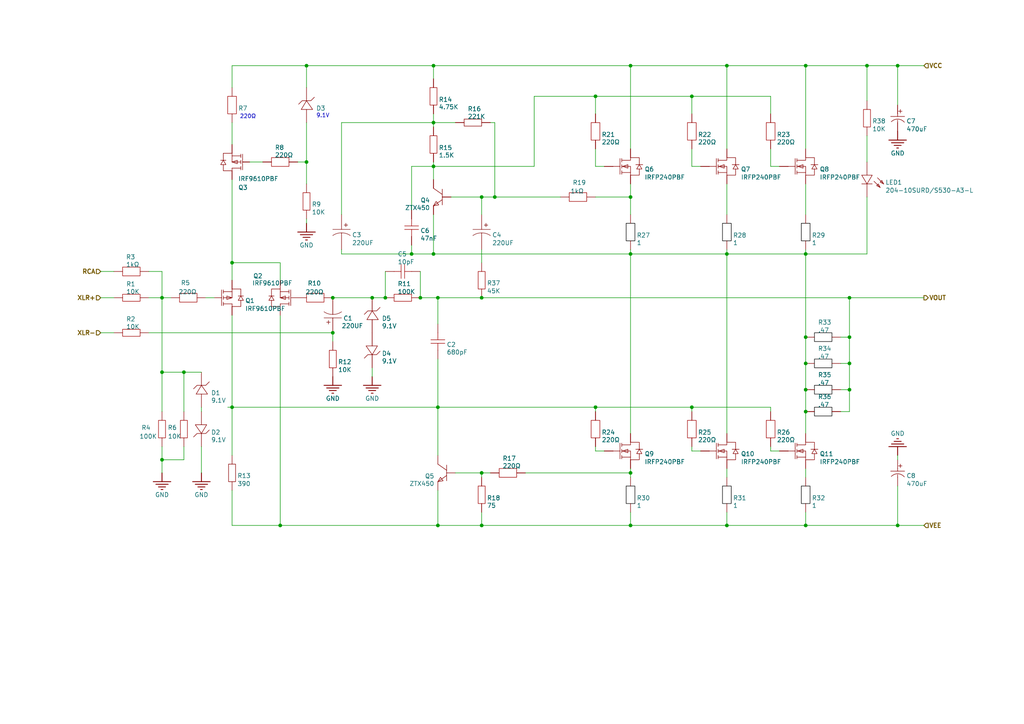
<source format=kicad_sch>
(kicad_sch (version 20250114) (generator "eeschema") (generator_version "9.0")
  (paper "A4")
  (lib_symbols
    (symbol "PASS A5功放-altium-import:GND_POWER_GROUND" (power)
      (property "Value" "GND" (at 0 -6.35 0))
      (symbol "GND_POWER_GROUND_0_0"
        (pin power_in line (at 0 0 0) (length 0) (hide yes) (name "GND") (number ""))
      )
    )
    (symbol "PASS A5功放-altium-import:root_0_.47_" (pin_numbers (hide yes)) (pin_names (hide yes))
      (symbol "root_0_.47__1_0"
        (pin passive line (at -5.08 0 0) (length 2.54) (name "1") (number "1"))
        (pin passive line (at 5.08 0 180) (length 2.54) (name "2") (number "2"))
      )
    )
    (symbol "PASS A5功放-altium-import:root_0_100K_" (pin_numbers (hide yes)) (pin_names (hide yes))
      (symbol "root_0_100K__1_0"
        (pin passive line (at -5.08 0 0) (length 2.54) (name "1") (number "1"))
        (pin passive line (at 5.08 0 180) (length 2.54) (name "2") (number "2"))
      )
    )
    (symbol "PASS A5功放-altium-import:root_0_10K_" (pin_numbers (hide yes)) (pin_names (hide yes))
      (symbol "root_0_10K__1_0"
        (pin passive line (at -5.08 0 0) (length 2.54) (name "1") (number "1"))
        (pin passive line (at 5.08 0 180) (length 2.54) (name "2") (number "2"))
      )
    )
    (symbol "PASS A5功放-altium-import:root_0_10pF_" (pin_numbers (hide yes)) (pin_names (hide yes))
      (symbol "root_0_10pF__1_0"
        (pin passive line (at -5.08 0 0) (length 2.54) (name "1") (number "1"))
        (pin passive line (at 5.08 0 180) (length 2.54) (name "2") (number "2"))
      )
    )
    (symbol "PASS A5功放-altium-import:root_0_1kΩ_" (pin_numbers (hide yes)) (pin_names (hide yes))
      (symbol "root_0_1kΩ__1_0"
        (pin passive line (at -5.08 0 0) (length 2.54) (name "1") (number "1"))
        (pin passive line (at 5.08 0 180) (length 2.54) (name "2") (number "2"))
      )
    )
    (symbol "PASS A5功放-altium-import:root_0_47nF_" (pin_numbers (hide yes)) (pin_names (hide yes))
      (symbol "root_0_47nF__1_0"
        (pin passive line (at 0 5.08 270) (length 2.54) (name "2") (number "2"))
        (pin passive line (at 0 -5.08 90) (length 2.54) (name "1") (number "1"))
      )
    )
    (symbol "PASS A5功放-altium-import:root_0_A5 221K/A3 47K_" (pin_numbers (hide yes)) (pin_names (hide yes))
      (symbol "root_0_A5 221K/A3 47K__1_0"
        (pin passive line (at -5.08 0 0) (length 2.54) (name "1") (number "1"))
        (pin passive line (at 5.08 0 180) (length 2.54) (name "2") (number "2"))
      )
    )
    (symbol "PASS A5功放-altium-import:root_0_IRF9610PBF_" (pin_numbers (hide yes)) (pin_names (hide yes))
      (symbol "root_0_IRF9610PBF__1_0"
        (pin passive line (at -5.08 0 0) (length 2.032) (name "G") (number "1"))
        (pin passive line (at 0 5.08 270) (length 2.54) (name "S") (number "3"))
        (pin passive line (at 0 -5.08 90) (length 2.54) (name "D") (number "2"))
      )
    )
    (symbol "PASS A5功放-altium-import:root_0_IRFP240PBF_" (pin_numbers (hide yes)) (pin_names (hide yes))
      (symbol "root_0_IRFP240PBF__1_0"
        (pin passive line (at -5.08 0 0) (length 2.54) (name "G") (number "1"))
        (pin passive line (at 2.54 5.08 270) (length 2.54) (name "D") (number "2"))
        (pin passive line (at 2.54 -5.08 90) (length 2.54) (name "S") (number "3"))
      )
    )
    (symbol "PASS A5功放-altium-import:root_0_ZTX450_" (pin_numbers (hide yes)) (pin_names (hide yes))
      (symbol "root_0_ZTX450__1_0"
        (pin passive line (at -2.54 5.08 270) (length 2.54) (name "C") (number "3"))
        (pin passive line (at -2.54 -5.08 90) (length 2.54) (name "E") (number "1"))
        (pin passive line (at 2.54 0 180) (length 2.54) (name "B") (number "2"))
      )
    )
    (symbol "PASS A5功放-altium-import:root_1_1.5K_" (pin_numbers (hide yes)) (pin_names (hide yes))
      (symbol "root_1_1.5K__1_0"
        (pin passive line (at 0 5.08 270) (length 2.54) (name "2") (number "2"))
        (pin passive line (at 0 -5.08 90) (length 2.54) (name "1") (number "1"))
      )
    )
    (symbol "PASS A5功放-altium-import:root_1_1/0.47_" (pin_numbers (hide yes)) (pin_names (hide yes))
      (symbol "root_1_1/0.47__1_0"
        (pin passive line (at 0 5.08 270) (length 2.54) (name "2") (number "2"))
        (pin passive line (at 0 -5.08 90) (length 2.54) (name "1") (number "1"))
      )
    )
    (symbol "PASS A5功放-altium-import:root_1_100K_" (pin_numbers (hide yes)) (pin_names (hide yes))
      (symbol "root_1_100K__1_0"
        (pin passive line (at 0 5.08 270) (length 2.54) (name "2") (number "2"))
        (pin passive line (at 0 -5.08 90) (length 2.54) (name "1") (number "1"))
      )
    )
    (symbol "PASS A5功放-altium-import:root_1_10K_" (pin_numbers (hide yes)) (pin_names (hide yes))
      (symbol "root_1_10K__1_0"
        (pin passive line (at 0 5.08 270) (length 2.54) (name "2") (number "2"))
        (pin passive line (at 0 -5.08 90) (length 2.54) (name "1") (number "1"))
      )
    )
    (symbol "PASS A5功放-altium-import:root_1_1_" (pin_numbers (hide yes)) (pin_names (hide yes))
      (symbol "root_1_1__1_0"
        (pin passive line (at 0 5.08 270) (length 2.54) (name "2") (number "2"))
        (pin passive line (at 0 -5.08 90) (length 2.54) (name "1") (number "1"))
      )
    )
    (symbol "PASS A5功放-altium-import:root_1_220Ω_" (pin_numbers (hide yes)) (pin_names (hide yes))
      (symbol "root_1_220Ω__1_0"
        (pin passive line (at 0 5.08 270) (length 2.54) (name "2") (number "2"))
        (pin passive line (at 0 -5.08 90) (length 2.54) (name "1") (number "1"))
      )
    )
    (symbol "PASS A5功放-altium-import:root_1_35ZLH220MTTIT78X11.5_" (pin_numbers (hide yes)) (pin_names (hide yes))
      (symbol "root_1_35ZLH220MTTIT78X11.5__1_0"
        (pin passive line (at 0 5.08 270) (length 4.826) (name "2") (number "2"))
        (pin passive line (at 0 -5.08 90) (length 4.318) (name "1") (number "1"))
      )
    )
    (symbol "PASS A5功放-altium-import:root_1_390_" (pin_numbers (hide yes)) (pin_names (hide yes))
      (symbol "root_1_390__1_0"
        (pin passive line (at 0 5.08 270) (length 2.54) (name "2") (number "2"))
        (pin passive line (at 0 -5.08 90) (length 2.54) (name "1") (number "1"))
      )
    )
    (symbol "PASS A5功放-altium-import:root_1_9.1V_" (pin_numbers (hide yes)) (pin_names (hide yes))
      (symbol "root_1_9.1V__1_0"
        (pin passive line (at 0 5.08 270) (length 3.81) (name "A") (number "2"))
        (pin passive line (at 0 -5.08 90) (length 3.81) (name "C") (number "1"))
      )
    )
    (symbol "PASS A5功放-altium-import:root_1_A5 4.75K/A3 1.5K_" (pin_numbers (hide yes)) (pin_names (hide yes))
      (symbol "root_1_A5 4.75K/A3 1.5K__1_0"
        (pin passive line (at 0 5.08 270) (length 2.54) (name "2") (number "2"))
        (pin passive line (at 0 -5.08 90) (length 2.54) (name "1") (number "1"))
      )
    )
    (symbol "PASS A5功放-altium-import:root_1_A5 45K_" (pin_numbers (hide yes)) (pin_names (hide yes))
      (symbol "root_1_A5 45K__1_0"
        (pin passive line (at 0 5.08 270) (length 2.54) (name "2") (number "2"))
        (pin passive line (at 0 -5.08 90) (length 2.54) (name "1") (number "1"))
      )
    )
    (symbol "PASS A5功放-altium-import:root_1_A5 680pF/A3 1NF_" (pin_numbers (hide yes)) (pin_names (hide yes))
      (symbol "root_1_A5 680pF/A3 1NF__1_0"
        (pin passive line (at 0 5.08 270) (length 2.54) (name "2") (number "2"))
        (pin passive line (at 0 -5.08 90) (length 2.54) (name "1") (number "1"))
      )
    )
    (symbol "PASS A5功放-altium-import:root_1_A5 75/A3 100_" (pin_numbers (hide yes)) (pin_names (hide yes))
      (symbol "root_1_A5 75/A3 100__1_0"
        (pin passive line (at 0 5.08 270) (length 2.54) (name "2") (number "2"))
        (pin passive line (at 0 -5.08 90) (length 2.54) (name "1") (number "1"))
      )
    )
    (symbol "PASS A5功放-altium-import:root_2_220Ω_" (pin_numbers (hide yes)) (pin_names (hide yes))
      (symbol "root_2_220Ω__1_0"
        (pin passive line (at -5.08 0 0) (length 2.54) (name "2") (number "2"))
        (pin passive line (at 5.08 0 180) (length 2.54) (name "1") (number "1"))
      )
    )
    (symbol "PASS A5功放-altium-import:root_2_IRF9610PBF_" (pin_numbers (hide yes)) (pin_names (hide yes))
      (symbol "root_2_IRF9610PBF__1_0"
        (pin passive line (at 0 5.08 270) (length 2.54) (name "S") (number "3"))
        (pin passive line (at 0 -5.08 90) (length 2.54) (name "D") (number "2"))
        (pin passive line (at 5.08 0 180) (length 2.032) (name "G") (number "1"))
      )
    )
    (symbol "PASS A5功放-altium-import:root_3_1N4739A_C35974_" (pin_numbers (hide yes)) (pin_names (hide yes))
      (symbol "root_3_1N4739A_C35974__1_0"
        (pin passive line (at 0 5.08 270) (length 3.81) (name "C") (number "1"))
        (pin passive line (at 0 -5.08 90) (length 3.81) (name "A") (number "2"))
      )
    )
    (symbol "PASS A5功放-altium-import:root_3_204-10SURD/S530-A3-L_" (pin_numbers (hide yes)) (pin_names (hide yes))
      (symbol "root_3_204-10SURD/S530-A3-L__1_0"
        (pin passive line (at 0 5.08 270) (length 3.81) (name "A") (number "1"))
        (pin passive line (at 0 -5.08 90) (length 3.81) (name "K") (number "2"))
      )
    )
    (symbol "PASS A5功放-altium-import:root_3_35ZLH220MTTIT78X11.5_" (pin_numbers (hide yes)) (pin_names (hide yes))
      (symbol "root_3_35ZLH220MTTIT78X11.5__1_0"
        (pin passive line (at 0 5.08 270) (length 4.318) (name "1") (number "1"))
        (pin passive line (at 0 -5.08 90) (length 4.826) (name "2") (number "2"))
      )
    )
    (symbol "PASS A5功放-altium-import:root_3_470uF_" (pin_numbers (hide yes)) (pin_names (hide yes))
      (symbol "root_3_470uF__1_0"
        (pin passive line (at 0 3.81 270) (length 2.54) (name "1") (number "1"))
        (pin passive line (at 0 -3.81 90) (length 2.54) (name "2") (number "2"))
      )
    )
    (symbol "PASS A5功放-altium-import:root_3_9.1V_" (pin_numbers (hide yes)) (pin_names (hide yes))
      (symbol "root_3_9.1V__1_0"
        (pin passive line (at 0 5.08 270) (length 3.81) (name "C") (number "1"))
        (pin passive line (at 0 -5.08 90) (length 3.81) (name "A") (number "2"))
      )
    )
    (symbol "PASS A5功放-altium-import:root_3_A5 220UF_" (pin_numbers (hide yes)) (pin_names (hide yes))
      (symbol "root_3_A5 220UF__1_0"
        (pin passive line (at 0 5.08 270) (length 4.318) (name "1") (number "1"))
        (pin passive line (at 0 -5.08 90) (length 4.826) (name "2") (number "2"))
      )
    )
  )
  (text "220Ω" (at 69.529 34.575 0) (effects (font (size 1.143 1.143)) (justify left bottom)))
  (text "9.1V" (at 91.694 34.317 0) (effects (font (size 1.143 1.143)) (justify left bottom)))
  (junction (at 233.68 152.4))
  (junction (at 88.9 46.99))
  (junction (at 67.31 118.11))
  (junction (at 139.7 152.4))
  (junction (at 46.99 133.35))
  (junction (at 125.73 19.05))
  (junction (at 182.88 19.05))
  (junction (at 246.38 86.36))
  (junction (at 139.7 57.15))
  (junction (at 119.38 73.66))
  (junction (at 143.51 57.15))
  (junction (at 139.7 137.16))
  (junction (at 200.66 27.94))
  (junction (at 111.76 86.36))
  (junction (at 125.73 35.56))
  (junction (at 125.73 48.26))
  (junction (at 233.68 119.38))
  (junction (at 182.88 57.15))
  (junction (at 172.72 118.11))
  (junction (at 53.34 107.95))
  (junction (at 246.38 113.03))
  (junction (at 233.68 113.03))
  (junction (at 233.68 97.79))
  (junction (at 251.46 19.05))
  (junction (at 127 86.36))
  (junction (at 121.92 86.36))
  (junction (at 96.52 96.52))
  (junction (at 182.88 152.4))
  (junction (at 107.95 86.36))
  (junction (at 246.38 97.79))
  (junction (at 46.99 107.95))
  (junction (at 172.72 27.94))
  (junction (at 210.82 73.66))
  (junction (at 67.31 76.2))
  (junction (at 246.38 105.41))
  (junction (at 81.28 152.4))
  (junction (at 260.35 19.05))
  (junction (at 96.52 86.36))
  (junction (at 182.88 137.16))
  (junction (at 182.88 73.66))
  (junction (at 46.99 86.36))
  (junction (at 210.82 19.05))
  (junction (at 125.73 73.66))
  (junction (at 233.68 19.05))
  (junction (at 233.68 73.66))
  (junction (at 139.7 86.36))
  (junction (at 210.82 152.4))
  (junction (at 260.35 152.4))
  (junction (at 127 118.11))
  (junction (at 88.9 19.05))
  (junction (at 200.66 118.11))
  (junction (at 127 152.4))
  (junction (at 233.68 105.41))
  (wire (pts (xy 200.66 129.54) (xy 200.66 130.81)))
  (wire (pts (xy 172.72 27.94) (xy 154.94 27.94)))
  (wire (pts (xy 121.92 78.74) (xy 121.92 86.36)))
  (wire (pts (xy 143.51 57.15) (xy 162.56 57.15)))
  (wire (pts (xy 251.46 73.66) (xy 233.68 73.66)))
  (wire (pts (xy 81.28 91.44) (xy 81.28 152.4)))
  (wire (pts (xy 200.66 130.81) (xy 203.2 130.81)))
  (wire (pts (xy 67.31 152.4) (xy 81.28 152.4)))
  (wire (pts (xy 152.4 137.16) (xy 182.88 137.16)))
  (wire (pts (xy 53.34 133.35) (xy 46.99 133.35)))
  (wire (pts (xy 139.7 86.36) (xy 246.38 86.36)))
  (wire (pts (xy 88.9 19.05) (xy 125.73 19.05)))
  (wire (pts (xy 223.52 43.18) (xy 223.52 48.26)))
  (wire (pts (xy 233.68 152.4) (xy 210.82 152.4)))
  (wire (pts (xy 88.9 35.56) (xy 88.9 46.99)))
  (wire (pts (xy 67.31 91.44) (xy 67.31 118.11)))
  (wire (pts (xy 200.66 27.94) (xy 172.72 27.94)))
  (wire (pts (xy 88.9 53.34) (xy 88.9 46.99)))
  (wire (pts (xy 139.7 57.15) (xy 143.51 57.15)))
  (wire (pts (xy 154.94 48.26) (xy 125.73 48.26)))
  (wire (pts (xy 200.66 48.26) (xy 203.2 48.26)))
  (wire (pts (xy 143.51 35.56) (xy 143.51 57.15)))
  (wire (pts (xy 223.52 33.02) (xy 223.52 27.94)))
  (wire (pts (xy 29.21 86.36) (xy 33.02 86.36)))
  (wire (pts (xy 130.81 57.15) (xy 139.7 57.15)))
  (wire (pts (xy 210.82 62.23) (xy 210.82 53.34)))
  (wire (pts (xy 96.52 86.36) (xy 107.95 86.36)))
  (wire (pts (xy 139.7 76.2) (xy 139.7 72.39)))
  (wire (pts (xy 66.04 118.11) (xy 67.31 118.11)))
  (wire (pts (xy 127 118.11) (xy 172.72 118.11)))
  (wire (pts (xy 59.69 86.36) (xy 62.23 86.36)))
  (wire (pts (xy 210.82 73.66) (xy 182.88 73.66)))
  (wire (pts (xy 67.31 118.11) (xy 67.31 132.08)))
  (wire (pts (xy 200.66 43.18) (xy 200.66 48.26)))
  (wire (pts (xy 58.42 119.38) (xy 58.42 118.11)))
  (wire (pts (xy 46.99 86.36) (xy 49.53 86.36)))
  (wire (pts (xy 251.46 39.37) (xy 251.46 46.99)))
  (wire (pts (xy 223.52 130.81) (xy 223.52 129.54)))
  (wire (pts (xy 127 142.24) (xy 127 152.4)))
  (wire (pts (xy 125.73 73.66) (xy 182.88 73.66)))
  (wire (pts (xy 233.68 152.4) (xy 260.35 152.4)))
  (wire (pts (xy 88.9 19.05) (xy 88.9 25.4)))
  (wire (pts (xy 139.7 148.59) (xy 139.7 152.4)))
  (wire (pts (xy 46.99 107.95) (xy 46.99 119.38)))
  (wire (pts (xy 243.84 113.03) (xy 246.38 113.03)))
  (wire (pts (xy 121.92 86.36) (xy 127 86.36)))
  (wire (pts (xy 182.88 19.05) (xy 210.82 19.05)))
  (wire (pts (xy 67.31 25.4) (xy 67.31 19.05)))
  (wire (pts (xy 67.31 52.07) (xy 67.31 76.2)))
  (wire (pts (xy 223.52 118.11) (xy 200.66 118.11)))
  (wire (pts (xy 88.9 46.99) (xy 86.36 46.99)))
  (wire (pts (xy 233.68 113.03) (xy 233.68 105.41)))
  (wire (pts (xy 226.06 130.81) (xy 223.52 130.81)))
  (wire (pts (xy 223.52 27.94) (xy 200.66 27.94)))
  (wire (pts (xy 139.7 62.23) (xy 139.7 57.15)))
  (wire (pts (xy 107.95 86.36) (xy 111.76 86.36)))
  (wire (pts (xy 182.88 148.59) (xy 182.88 152.4)))
  (wire (pts (xy 200.66 119.38) (xy 200.66 118.11)))
  (wire (pts (xy 119.38 71.12) (xy 119.38 73.66)))
  (wire (pts (xy 172.72 118.11) (xy 200.66 118.11)))
  (wire (pts (xy 81.28 81.28) (xy 81.28 76.2)))
  (wire (pts (xy 81.28 152.4) (xy 127 152.4)))
  (wire (pts (xy 125.73 36.83) (xy 125.73 35.56)))
  (wire (pts (xy 246.38 86.36) (xy 267.97 86.36)))
  (wire (pts (xy 76.2 46.99) (xy 72.39 46.99)))
  (wire (pts (xy 260.35 140.97) (xy 260.35 152.4)))
  (wire (pts (xy 139.7 152.4) (xy 182.88 152.4)))
  (wire (pts (xy 99.06 72.3778) (xy 99.06 73.66)))
  (wire (pts (xy 182.88 137.16) (xy 182.88 135.89)))
  (wire (pts (xy 99.06 73.66) (xy 119.38 73.66)))
  (wire (pts (xy 200.66 33.02) (xy 200.66 27.94)))
  (wire (pts (xy 46.99 133.35) (xy 46.99 129.54)))
  (wire (pts (xy 107.95 109.22) (xy 107.95 106.68)))
  (wire (pts (xy 119.38 48.26) (xy 125.73 48.26)))
  (wire (pts (xy 127 152.4) (xy 139.7 152.4)))
  (wire (pts (xy 46.99 78.74) (xy 46.99 86.36)))
  (wire (pts (xy 246.38 113.03) (xy 246.38 105.41)))
  (wire (pts (xy 46.99 137.16) (xy 46.99 133.35)))
  (wire (pts (xy 111.76 78.74) (xy 111.76 86.36)))
  (wire (pts (xy 125.73 35.56) (xy 125.73 33.02)))
  (wire (pts (xy 251.46 19.05) (xy 251.46 29.21)))
  (wire (pts (xy 182.88 152.4) (xy 210.82 152.4)))
  (wire (pts (xy 142.24 35.56) (xy 143.51 35.56)))
  (wire (pts (xy 139.7 137.16) (xy 139.7 138.43)))
  (wire (pts (xy 172.72 118.11) (xy 172.72 119.38)))
  (wire (pts (xy 182.88 125.73) (xy 182.88 73.66)))
  (wire (pts (xy 53.34 129.54) (xy 53.34 133.35)))
  (wire (pts (xy 182.88 57.15) (xy 182.88 62.23)))
  (wire (pts (xy 251.46 57.15) (xy 251.46 73.66)))
  (wire (pts (xy 125.73 19.05) (xy 125.73 22.86)))
  (wire (pts (xy 260.35 19.05) (xy 267.97 19.05)))
  (wire (pts (xy 132.08 137.16) (xy 139.7 137.16)))
  (wire (pts (xy 182.88 53.34) (xy 182.88 57.15)))
  (wire (pts (xy 210.82 135.89) (xy 210.82 138.43)))
  (wire (pts (xy 119.38 73.66) (xy 125.73 73.66)))
  (wire (pts (xy 233.68 119.38) (xy 233.68 113.03)))
  (wire (pts (xy 119.38 60.96) (xy 119.38 48.26)))
  (wire (pts (xy 172.72 48.26) (xy 172.72 43.18)))
  (wire (pts (xy 67.31 76.2) (xy 67.31 81.28)))
  (wire (pts (xy 182.88 137.16) (xy 182.88 138.43)))
  (wire (pts (xy 243.84 97.79) (xy 246.38 97.79)))
  (wire (pts (xy 233.68 73.66) (xy 210.82 73.66)))
  (wire (pts (xy 233.68 125.73) (xy 233.68 119.38)))
  (wire (pts (xy 172.72 57.15) (xy 182.88 57.15)))
  (wire (pts (xy 210.82 152.4) (xy 210.82 148.59)))
  (wire (pts (xy 172.72 129.54) (xy 172.72 130.81)))
  (wire (pts (xy 53.34 107.95) (xy 46.99 107.95)))
  (wire (pts (xy 81.28 76.2) (xy 67.31 76.2)))
  (wire (pts (xy 67.31 118.11) (xy 127 118.11)))
  (wire (pts (xy 67.31 35.56) (xy 67.31 41.91)))
  (wire (pts (xy 125.73 62.23) (xy 125.73 73.66)))
  (wire (pts (xy 233.68 135.89) (xy 233.68 138.43)))
  (wire (pts (xy 58.42 137.16) (xy 58.42 129.54)))
  (wire (pts (xy 99.06 62.2178) (xy 99.06 35.56)))
  (wire (pts (xy 223.52 48.26) (xy 226.06 48.26)))
  (wire (pts (xy 243.84 105.41) (xy 246.38 105.41)))
  (wire (pts (xy 88.9 64.77) (xy 88.9 63.5)))
  (wire (pts (xy 125.73 19.05) (xy 182.88 19.05)))
  (wire (pts (xy 96.52 96.52) (xy 96.52 99.06)))
  (wire (pts (xy 154.94 27.94) (xy 154.94 48.26)))
  (wire (pts (xy 233.68 43.18) (xy 233.68 19.05)))
  (wire (pts (xy 125.73 48.26) (xy 125.73 46.99)))
  (wire (pts (xy 43.18 96.52) (xy 96.52 96.52)))
  (wire (pts (xy 233.68 53.34) (xy 233.68 62.23)))
  (wire (pts (xy 233.68 97.79) (xy 233.68 73.66)))
  (wire (pts (xy 99.06 35.56) (xy 125.73 35.56)))
  (wire (pts (xy 246.38 105.41) (xy 246.38 97.79)))
  (wire (pts (xy 210.82 19.05) (xy 210.82 43.18)))
  (wire (pts (xy 43.18 86.36) (xy 46.99 86.36)))
  (wire (pts (xy 233.68 72.39) (xy 233.68 73.66)))
  (wire (pts (xy 233.68 148.59) (xy 233.68 152.4)))
  (wire (pts (xy 233.68 19.05) (xy 251.46 19.05)))
  (wire (pts (xy 182.88 19.05) (xy 182.88 43.18)))
  (wire (pts (xy 243.84 119.38) (xy 246.38 119.38)))
  (wire (pts (xy 43.18 78.74) (xy 46.99 78.74)))
  (wire (pts (xy 260.35 132.08) (xy 260.35 133.35)))
  (wire (pts (xy 58.42 107.95) (xy 53.34 107.95)))
  (wire (pts (xy 172.72 33.02) (xy 172.72 27.94)))
  (wire (pts (xy 233.68 105.41) (xy 233.68 97.79)))
  (wire (pts (xy 182.88 73.66) (xy 182.88 72.39)))
  (wire (pts (xy 210.82 19.05) (xy 233.68 19.05)))
  (wire (pts (xy 210.82 72.39) (xy 210.82 73.66)))
  (wire (pts (xy 29.21 78.74) (xy 33.02 78.74)))
  (wire (pts (xy 246.38 86.36) (xy 246.38 97.79)))
  (wire (pts (xy 125.73 48.26) (xy 125.73 52.07)))
  (wire (pts (xy 67.31 19.05) (xy 88.9 19.05)))
  (wire (pts (xy 246.38 119.38) (xy 246.38 113.03)))
  (wire (pts (xy 210.82 125.73) (xy 210.82 73.66)))
  (wire (pts (xy 29.21 96.52) (xy 33.02 96.52)))
  (wire (pts (xy 223.52 119.38) (xy 223.52 118.11)))
  (wire (pts (xy 251.46 19.05) (xy 260.35 19.05)))
  (wire (pts (xy 175.26 48.26) (xy 172.72 48.26)))
  (wire (pts (xy 132.08 35.56) (xy 125.73 35.56)))
  (wire (pts (xy 139.7 137.16) (xy 142.24 137.16)))
  (wire (pts (xy 127 118.11) (xy 127 132.08)))
  (wire (pts (xy 127 93.98) (xy 127 86.36)))
  (wire (pts (xy 172.72 130.81) (xy 175.26 130.81)))
  (wire (pts (xy 67.31 142.24) (xy 67.31 152.4)))
  (wire (pts (xy 127 104.14) (xy 127 118.11)))
  (wire (pts (xy 46.99 86.36) (xy 46.99 107.95)))
  (wire (pts (xy 53.34 119.38) (xy 53.34 107.95)))
  (wire (pts (xy 260.35 152.4) (xy 267.97 152.4)))
  (wire (pts (xy 127 86.36) (xy 139.7 86.36)))
  (wire (pts (xy 260.35 30.48) (xy 260.35 19.05)))
  (hierarchical_label "XLR+" (shape input) (at 29.21 86.36 180) (effects (font (thickness 0.254) (bold yes))))
  (hierarchical_label "XLR-" (shape input) (at 29.21 96.52 180) (effects (font (thickness 0.254) (bold yes))))
  (hierarchical_label "VCC" (shape input) (at 267.97 19.05 0) (effects (font (thickness 0.254) (bold yes))))
  (hierarchical_label "VOUT" (shape output) (at 267.97 86.36 0) (effects (font (thickness 0.254) (bold yes))))
  (hierarchical_label "RCA" (shape input) (at 29.21 78.74 180) (effects (font (thickness 0.254) (bold yes))))
  (hierarchical_label "VEE" (shape input) (at 267.97 152.4 0) (effects (font (thickness 0.254) (bold yes))))
  (symbol (lib_id "PASS A5功放-altium-import:root_1_220Ω_") (at 67.31 30.48 0) (unit 1)
    (property "Reference" "R7" (at 69.09 32.136 0) (effects (justify left bottom)))
    (property "Value" "220Ω" (effects (hide yes)))
    (property "SUPPLIER" "LCSC" (effects (hide yes)))
    (property "SUPPLIER PART" "C2894616" (effects (hide yes)))
    (property "MANUFACTURER" "VO(翔胜)" (effects (hide yes)))
    (property "MANUFACTURER PART" "CR1/4W-220Ω±5%-ST26" (effects (hide yes)))
    (property "LINK" "https://atta.szlcsc.com/upload/public/pdf/source/20210803/C2857407_45FF53FE186CAB545115AD37303966CD.pdf" (effects (hide yes)))
    (property "RESISTANCE" "220Ω" (effects (hide yes)))
    (property "CONTRIBUTOR" "lcsc" (effects (hide yes)))
    (property "SPICEPRE" "R" (effects (hide yes)))
    (property "SPICESYMBOLNAME" "CR1/4W-220Ω±5%-ST26" (effects (hide yes)))
  )
  (symbol (lib_id "PASS A5功放-altium-import:root_2_IRF9610PBF_") (at 81.28 86.36 0) (unit 1)
    (property "Reference" "Q2" (at 73.406 80.772 0) (effects (justify left bottom)))
    (property "Value" "IRF9610PBF" (at 73.16 82.833 0) (effects (justify left bottom)))
    (property "SUPPLIER" "LCSC" (effects (hide yes)))
    (property "SUPPLIER PART" "C335250" (effects (hide yes)))
    (property "MANUFACTURER" "VISHAY(威世)" (effects (hide yes)))
    (property "MANUFACTURER PART" "IRF9610PBF" (effects (hide yes)))
    (property "CONTRIBUTOR" "LCSC" (effects (hide yes)))
    (property "JLCPCB PART CLASS" "Extended Part" (effects (hide yes)))
    (property "SPICEPRE" "Q" (effects (hide yes)))
    (property "SPICESYMBOLNAME" "IRF9610PBF" (effects (hide yes)))
  )
  (symbol (lib_id "PASS A5功放-altium-import:root_1_A5 680pF/A3 1NF_") (at 127 99.06 0) (unit 1)
    (property "Reference" "C2" (at 129.542 100.67 0) (effects (justify left bottom)))
    (property "Value" "680pF" (at 129.54 102.885 0) (effects (justify left bottom)))
    (property "SUPPLIER" "LCSC" (effects (hide yes)))
    (property "MANUFACTURER" "ReliaPro" (effects (hide yes)))
    (property "MANUFACTURER PART" "680pF (681) ±5% 100V" (effects (hide yes)))
    (property "NAMEALIAS" "Value" (effects (hide yes)))
    (property "SUPPLIER PART" "C33203" (effects (hide yes)))
    (property "SPICEPRE" "C" (effects (hide yes)))
    (property "SPICESYMBOLNAME" "680pF (681) ±5% 100V" (effects (hide yes)))
  )
  (symbol (lib_id "PASS A5功放-altium-import:root_1_220Ω_") (at 200.66 38.1 0) (unit 1)
    (property "Reference" "R22" (at 202.44 39.76 0) (effects (justify left bottom)))
    (property "Value" "220Ω" (at 202.438 41.941 0) (effects (justify left bottom)))
    (property "SUPPLIER" "LCSC" (effects (hide yes)))
    (property "SUPPLIER PART" "C2894616" (effects (hide yes)))
    (property "MANUFACTURER" "VO(翔胜)" (effects (hide yes)))
    (property "MANUFACTURER PART" "CR1/4W-220Ω±5%-ST26" (effects (hide yes)))
    (property "LINK" "https://atta.szlcsc.com/upload/public/pdf/source/20210803/C2857407_45FF53FE186CAB545115AD37303966CD.pdf" (effects (hide yes)))
    (property "RESISTANCE" "220Ω" (effects (hide yes)))
    (property "CONTRIBUTOR" "lcsc" (effects (hide yes)))
    (property "SPICEPRE" "R" (effects (hide yes)))
    (property "SPICESYMBOLNAME" "CR1/4W-220Ω±5%-ST26" (effects (hide yes)))
  )
  (symbol (lib_id "PASS A5功放-altium-import:root_0_IRFP240PBF_") (at 208.28 130.81 0) (unit 1)
    (property "Reference" "Q10" (at 214.884 132.369 0) (effects (justify left bottom)))
    (property "Value" "IRFP240PBF" (at 214.884 134.683 0) (effects (justify left bottom)))
    (property "SUPPLIER" "LCSC" (effects (hide yes)))
    (property "MANUFACTURER" "VISHAY(威世)" (effects (hide yes)))
    (property "MANUFACTURER PART" "IRFP240PBF" (effects (hide yes)))
    (property "SUPPLIER PART" "C2674" (effects (hide yes)))
    (property "JLCPCB PART CLASS" "Extended Part" (effects (hide yes)))
    (property "SPICEPRE" "Q" (effects (hide yes)))
    (property "SPICESYMBOLNAME" "IRFP240PBF" (effects (hide yes)))
  )
  (symbol (lib_id "PASS A5功放-altium-import:root_1_1_") (at 210.82 67.31 0) (unit 1)
    (property "Reference" "R28" (at 212.6 68.97 0) (effects (justify left bottom)))
    (property "Value" "1" (at 212.598 71.151 0) (effects (justify left bottom)))
    (property "CONTRIBUTOR" "liuzifei" (effects (hide yes)))
    (property "SPICEPRE" "R" (effects (hide yes)))
    (property "SPICESYMBOLNAME" "5W水泥电阻" (effects (hide yes)))
  )
  (symbol (lib_id "PASS A5功放-altium-import:GND_POWER_GROUND") (at 58.42 137.16 0) (unit 1)
    (property "Reference" "#PWR0106" (effects (hide yes)))
    (property "Value" "GND" (at 58.42 143.51 0))
  )
  (symbol (lib_id "PASS A5功放-altium-import:root_1_1_") (at 233.68 143.51 0) (unit 1)
    (property "Reference" "R32" (at 235.46 145.166 0) (effects (justify left bottom)))
    (property "Value" "1" (at 235.458 147.351 0) (effects (justify left bottom)))
    (property "CONTRIBUTOR" "liuzifei" (effects (hide yes)))
    (property "SPICEPRE" "R" (effects (hide yes)))
    (property "SPICESYMBOLNAME" "5W水泥电阻" (effects (hide yes)))
  )
  (symbol (lib_id "PASS A5功放-altium-import:root_0_ZTX450_") (at 128.27 57.15 0) (unit 1)
    (property "Reference" "Q4" (at 124.714 58.81 0) (effects (justify right bottom)))
    (property "Value" "ZTX450" (at 124.714 60.991 0) (effects (justify right bottom)))
    (property "SUPPLIER PART" "C155240" (effects (hide yes)))
    (property "SUPPLIER" "LCSC" (effects (hide yes)))
    (property "MANUFACTURER" "DIODES" (effects (hide yes)))
    (property "MANUFACTURER PART" "ZTX450" (effects (hide yes)))
    (property "CONTRIBUTOR" "xyzDIY" (effects (hide yes)))
    (property "SPICEPRE" "Q" (effects (hide yes)))
    (property "SPICESYMBOLNAME" "ZTX450" (effects (hide yes)))
  )
  (symbol (lib_id "PASS A5功放-altium-import:root_3_9.1V_") (at 58.42 113.03 0) (unit 1)
    (property "Reference" "D1" (at 61.214 114.684 0) (effects (justify left bottom)))
    (property "Value" "9.1V" (at 61.214 116.867 0) (effects (justify left bottom)))
    (property "SUPPLIER" "LCSC" (effects (hide yes)))
    (property "MANUFACTURER" "ST(先科)" (effects (hide yes)))
    (property "MANUFACTURER PART" "1N4739A" (effects (hide yes)))
    (property "SUPPLIER PART" "C35974" (effects (hide yes)))
    (property "JLCPCB PART CLASS" "Extended Part" (effects (hide yes)))
    (property "SPICEPRE" "D" (effects (hide yes)))
    (property "SPICESYMBOLNAME" "1N4739A_C35974" (effects (hide yes)))
  )
  (symbol (lib_id "PASS A5功放-altium-import:root_1_220Ω_") (at 223.52 124.46 0) (unit 1)
    (property "Reference" "R26" (at 225.3 126.12 0) (effects (justify left bottom)))
    (property "Value" "220Ω" (at 225.298 128.301 0) (effects (justify left bottom)))
    (property "SUPPLIER" "LCSC" (effects (hide yes)))
    (property "SUPPLIER PART" "C2894616" (effects (hide yes)))
    (property "MANUFACTURER" "VO(翔胜)" (effects (hide yes)))
    (property "MANUFACTURER PART" "CR1/4W-220Ω±5%-ST26" (effects (hide yes)))
    (property "LINK" "https://atta.szlcsc.com/upload/public/pdf/source/20210803/C2857407_45FF53FE186CAB545115AD37303966CD.pdf" (effects (hide yes)))
    (property "RESISTANCE" "220Ω" (effects (hide yes)))
    (property "CONTRIBUTOR" "lcsc" (effects (hide yes)))
    (property "SPICEPRE" "R" (effects (hide yes)))
    (property "SPICESYMBOLNAME" "CR1/4W-220Ω±5%-ST26" (effects (hide yes)))
  )
  (symbol (lib_id "PASS A5功放-altium-import:GND_POWER_GROUND") (at 260.35 38.1 0) (unit 1)
    (property "Reference" "#PWR0111" (effects (hide yes)))
    (property "Value" "GND" (at 260.35 44.45 0))
  )
  (symbol (lib_id "PASS A5功放-altium-import:root_1_10K_") (at 251.46 34.29 0) (unit 1)
    (property "Reference" "R38" (at 252.986 35.843 0) (effects (justify left bottom)))
    (property "Value" "10K" (at 252.984 38.127 0) (effects (justify left bottom)))
    (property "SUPPLIER" "LCSC" (effects (hide yes)))
    (property "SUPPLIER PART" "C136549" (effects (hide yes)))
    (property "MANUFACTURER" "Chian Chia Elec" (effects (hide yes)))
    (property "MANUFACTURER PART" "-" (effects (hide yes)))
    (property "NAMEALIAS" "Resistance (Ohms)" (effects (hide yes)))
    (property "CONTRIBUTOR" "LCSC" (effects (hide yes)))
    (property "JLCPCB PART CLASS" "Extended Part" (effects (hide yes)))
    (property "RESISTANCE" "10kΩ" (effects (hide yes)))
    (property "SPICEPRE" "R" (effects (hide yes)))
    (property "SPICESYMBOLNAME" "RI40-1/4W-10KΩ ±5% T" (effects (hide yes)))
  )
  (symbol (lib_id "PASS A5功放-altium-import:root_1_1.5K_") (at 125.73 41.91 0) (unit 1)
    (property "Reference" "R15" (at 127.256 43.57 0) (effects (justify left bottom)))
    (property "Value" "1.5K" (at 127.254 45.751 0) (effects (justify left bottom)))
    (property "SUPPLIER" "LCSC" (effects (hide yes)))
    (property "SUPPLIER PART" "C172979" (effects (hide yes)))
    (property "MANUFACTURER" "YAGEO" (effects (hide yes)))
    (property "MANUFACTURER PART" "MFR-25FTE52-1K5" (effects (hide yes)))
    (property "NAMEALIAS" "Resistance (Ohms)" (effects (hide yes)))
    (property "CONTRIBUTOR" "LCSC" (effects (hide yes)))
    (property "JLCPCB PART CLASS" "Extended Part" (effects (hide yes)))
    (property "RESISTANCE" "1.5kΩ" (effects (hide yes)))
    (property "SPICEPRE" "R" (effects (hide yes)))
    (property "SPICESYMBOLNAME" "MFR-25FTE52-1K5" (effects (hide yes)))
  )
  (symbol (lib_id "PASS A5功放-altium-import:root_1_1_") (at 233.68 67.31 0) (unit 1)
    (property "Reference" "R29" (at 235.46 68.966 0) (effects (justify left bottom)))
    (property "Value" "1" (at 235.458 71.151 0) (effects (justify left bottom)))
    (property "CONTRIBUTOR" "liuzifei" (effects (hide yes)))
    (property "SPICEPRE" "R" (effects (hide yes)))
    (property "SPICESYMBOLNAME" "5W水泥电阻" (effects (hide yes)))
  )
  (symbol (lib_id "PASS A5功放-altium-import:root_1_35ZLH220MTTIT78X11.5_") (at 96.52 91.44 0) (unit 1)
    (property "Reference" "C1" (at 99.568 93.05 0) (effects (justify left bottom)))
    (property "Value" "220UF" (at 99.06 95.2378 0) (effects (justify left bottom)))
    (property "SUPPLIER" "LCSC" (effects (hide yes)))
    (property "SUPPLIER PART" "C2930533" (effects (hide yes)))
    (property "MANUFACTURER" "rubycon(红宝石)" (effects (hide yes)))
    (property "MANUFACTURER PART" "35ZLH220MTTIT78X11.5" (effects (hide yes)))
    (property "LINK" "https://atta.szlcsc.com/upload/public/pdf/source/20211207/CC2FCF9BA3356DC32406930ECEE82B45.pdf" (effects (hide yes)))
    (property "CAPACITANCE" "220uF" (effects (hide yes)))
    (property "CONTRIBUTOR" "lcsc" (effects (hide yes)))
    (property "JLCPCB PART CLASS" "Extended Part" (effects (hide yes)))
    (property "SPICEPRE" "C" (effects (hide yes)))
    (property "SPICESYMBOLNAME" "35ZLH220MTTIT78X11.5" (effects (hide yes)))
  )
  (symbol (lib_id "PASS A5功放-altium-import:root_0_IRFP240PBF_") (at 180.34 130.81 0) (unit 1)
    (property "Reference" "Q9" (at 186.944 132.369 0) (effects (justify left bottom)))
    (property "Value" "IRFP240PBF" (at 186.944 134.683 0) (effects (justify left bottom)))
    (property "SUPPLIER" "LCSC" (effects (hide yes)))
    (property "MANUFACTURER" "VISHAY(威世)" (effects (hide yes)))
    (property "MANUFACTURER PART" "IRFP240PBF" (effects (hide yes)))
    (property "SUPPLIER PART" "C2674" (effects (hide yes)))
    (property "JLCPCB PART CLASS" "Extended Part" (effects (hide yes)))
    (property "SPICEPRE" "Q" (effects (hide yes)))
    (property "SPICESYMBOLNAME" "IRFP240PBF" (effects (hide yes)))
  )
  (symbol (lib_id "PASS A5功放-altium-import:root_1_9.1V_") (at 58.42 124.46 0) (unit 1)
    (property "Reference" "D2" (at 61.216 126.116 0) (effects (justify left bottom)))
    (property "Value" "9.1V" (at 61.214 128.301 0) (effects (justify left bottom)))
    (property "SUPPLIER" "LCSC" (effects (hide yes)))
    (property "MANUFACTURER" "ST(先科)" (effects (hide yes)))
    (property "MANUFACTURER PART" "1N4739A" (effects (hide yes)))
    (property "SUPPLIER PART" "C35974" (effects (hide yes)))
    (property "JLCPCB PART CLASS" "Extended Part" (effects (hide yes)))
    (property "SPICEPRE" "D" (effects (hide yes)))
    (property "SPICESYMBOLNAME" "1N4739A_C35974" (effects (hide yes)))
  )
  (symbol (lib_id "PASS A5功放-altium-import:root_0_1kΩ_") (at 38.1 78.74 0) (unit 1)
    (property "Reference" "R3" (at 36.534 75.27 0) (effects (justify left bottom)))
    (property "Value" "1kΩ" (at 36.532 77.449 0) (effects (justify left bottom)))
    (property "SUPPLIER" "LCSC" (effects (hide yes)))
    (property "SUPPLIER PART" "C713997" (effects (hide yes)))
    (property "MANUFACTURER" "Huaxing Mechanical-Elec." (effects (hide yes)))
    (property "MANUFACTURER PART" "MF1/4W-1KΩ±1%T52" (effects (hide yes)))
    (property "NAMEALIAS" "Resistance (Ohms)" (effects (hide yes)))
    (property "CONTRIBUTOR" "LCSC" (effects (hide yes)))
    (property "JLCPCB PART CLASS" "Extended Part" (effects (hide yes)))
    (property "RESISTANCE" "1kΩ" (effects (hide yes)))
    (property "SPICEPRE" "R" (effects (hide yes)))
    (property "SPICESYMBOLNAME" "MF1/4W-1KΩ±1%T52" (effects (hide yes)))
  )
  (symbol (lib_id "PASS A5功放-altium-import:root_0_IRFP240PBF_") (at 208.28 48.26 0) (unit 1)
    (property "Reference" "Q7" (at 214.884 49.819 0) (effects (justify left bottom)))
    (property "Value" "IRFP240PBF" (at 214.884 52.133 0) (effects (justify left bottom)))
    (property "SUPPLIER" "LCSC" (effects (hide yes)))
    (property "MANUFACTURER" "VISHAY(威世)" (effects (hide yes)))
    (property "MANUFACTURER PART" "IRFP240PBF" (effects (hide yes)))
    (property "SUPPLIER PART" "C2674" (effects (hide yes)))
    (property "JLCPCB PART CLASS" "Extended Part" (effects (hide yes)))
    (property "SPICEPRE" "Q" (effects (hide yes)))
    (property "SPICESYMBOLNAME" "IRFP240PBF" (effects (hide yes)))
  )
  (symbol (lib_id "PASS A5功放-altium-import:root_0_10K_") (at 38.1 96.52 0) (unit 1)
    (property "Reference" "R2" (at 36.586 93.273 0) (effects (justify left bottom)))
    (property "Value" "10K" (at 36.584 95.483 0) (effects (justify left bottom)))
    (property "SUPPLIER" "LCSC" (effects (hide yes)))
    (property "SUPPLIER PART" "C136549" (effects (hide yes)))
    (property "MANUFACTURER" "Chian Chia Elec" (effects (hide yes)))
    (property "MANUFACTURER PART" "-" (effects (hide yes)))
    (property "NAMEALIAS" "Resistance (Ohms)" (effects (hide yes)))
    (property "CONTRIBUTOR" "LCSC" (effects (hide yes)))
    (property "JLCPCB PART CLASS" "Extended Part" (effects (hide yes)))
    (property "RESISTANCE" "10kΩ" (effects (hide yes)))
    (property "SPICEPRE" "R" (effects (hide yes)))
    (property "SPICESYMBOLNAME" "RI40-1/4W-10KΩ ±5% T" (effects (hide yes)))
  )
  (symbol (lib_id "PASS A5功放-altium-import:root_1_220Ω_") (at 172.72 124.46 0) (unit 1)
    (property "Reference" "R24" (at 174.5 126.12 0) (effects (justify left bottom)))
    (property "Value" "220Ω" (at 174.498 128.301 0) (effects (justify left bottom)))
    (property "SUPPLIER" "LCSC" (effects (hide yes)))
    (property "SUPPLIER PART" "C2894616" (effects (hide yes)))
    (property "MANUFACTURER" "VO(翔胜)" (effects (hide yes)))
    (property "MANUFACTURER PART" "CR1/4W-220Ω±5%-ST26" (effects (hide yes)))
    (property "LINK" "https://atta.szlcsc.com/upload/public/pdf/source/20210803/C2857407_45FF53FE186CAB545115AD37303966CD.pdf" (effects (hide yes)))
    (property "RESISTANCE" "220Ω" (effects (hide yes)))
    (property "CONTRIBUTOR" "lcsc" (effects (hide yes)))
    (property "SPICEPRE" "R" (effects (hide yes)))
    (property "SPICESYMBOLNAME" "CR1/4W-220Ω±5%-ST26" (effects (hide yes)))
  )
  (symbol (lib_id "PASS A5功放-altium-import:root_2_220Ω_") (at 81.28 46.99 0) (unit 1)
    (property "Reference" "R8" (at 79.716 43.515 0) (effects (justify left bottom)))
    (property "Value" "220Ω" (at 79.716 45.699 0) (effects (justify left bottom)))
    (property "SUPPLIER" "LCSC" (effects (hide yes)))
    (property "SUPPLIER PART" "C2894616" (effects (hide yes)))
    (property "MANUFACTURER" "VO(翔胜)" (effects (hide yes)))
    (property "MANUFACTURER PART" "CR1/4W-220Ω±5%-ST26" (effects (hide yes)))
    (property "LINK" "https://atta.szlcsc.com/upload/public/pdf/source/20210803/C2857407_45FF53FE186CAB545115AD37303966CD.pdf" (effects (hide yes)))
    (property "RESISTANCE" "220Ω" (effects (hide yes)))
    (property "CONTRIBUTOR" "lcsc" (effects (hide yes)))
    (property "SPICEPRE" "R" (effects (hide yes)))
    (property "SPICESYMBOLNAME" "CR1/4W-220Ω±5%-ST26" (effects (hide yes)))
  )
  (symbol (lib_id "PASS A5功放-altium-import:GND_POWER_GROUND") (at 46.99 137.16 0) (unit 1)
    (property "Reference" "#PWR0105" (effects (hide yes)))
    (property "Value" "GND" (at 46.99 143.51 0))
  )
  (symbol (lib_id "PASS A5功放-altium-import:root_0_IRFP240PBF_") (at 231.14 48.26 0) (unit 1)
    (property "Reference" "Q8" (at 237.744 49.819 0) (effects (justify left bottom)))
    (property "Value" "IRFP240PBF" (at 237.744 52.133 0) (effects (justify left bottom)))
    (property "SUPPLIER" "LCSC" (effects (hide yes)))
    (property "MANUFACTURER" "VISHAY(威世)" (effects (hide yes)))
    (property "MANUFACTURER PART" "IRFP240PBF" (effects (hide yes)))
    (property "SUPPLIER PART" "C2674" (effects (hide yes)))
    (property "JLCPCB PART CLASS" "Extended Part" (effects (hide yes)))
    (property "SPICEPRE" "Q" (effects (hide yes)))
    (property "SPICESYMBOLNAME" "IRFP240PBF" (effects (hide yes)))
  )
  (symbol (lib_id "PASS A5功放-altium-import:root_3_470uF_") (at 260.35 34.29 0) (unit 1)
    (property "Reference" "C7" (at 262.89 35.845 0) (effects (justify left bottom)))
    (property "Value" "470uF" (at 262.89 38.163 0) (effects (justify left bottom)))
    (property "SUPPLIER" "LCSC" (effects (hide yes)))
    (property "MANUFACTURER" "rubycon(红宝石)" (effects (hide yes)))
    (property "MANUFACTURER PART" "35YXJ470M10x16" (effects (hide yes)))
    (property "NAMEALIAS" "Capacitance" (effects (hide yes)))
    (property "SUPPLIER PART" "C88732" (effects (hide yes)))
    (property "JLCPCB PART CLASS" "Extended Part" (effects (hide yes)))
    (property "SPICEPRE" "C" (effects (hide yes)))
    (property "SPICESYMBOLNAME" "35YXJ470M10x16" (effects (hide yes)))
  )
  (symbol (lib_id "PASS A5功放-altium-import:root_1_A5 75/A3 100_") (at 139.7 143.51 0) (unit 1)
    (property "Reference" "R18" (at 141.226 145.166 0) (effects (justify left bottom)))
    (property "Value" "75" (at 141.224 147.351 0) (effects (justify left bottom)))
    (property "SUPPLIER" "LCSC" (effects (hide yes)))
    (property "SUPPLIER PART" "C172966" (effects (hide yes)))
    (property "MANUFACTURER" "YAGEO(国巨)" (effects (hide yes)))
    (property "MANUFACTURER PART" "MFR-25FTE52-100R" (effects (hide yes)))
    (property "NAMEALIAS" "Resistance (Ohms)" (effects (hide yes)))
    (property "CONTRIBUTOR" "LCSC" (effects (hide yes)))
    (property "JLCPCB PART CLASS" "Extended Part" (effects (hide yes)))
    (property "RESISTANCE" "75Ω" (effects (hide yes)))
    (property "SPICEPRE" "R" (effects (hide yes)))
    (property "SPICESYMBOLNAME" "MFR-25FTE52-100R" (effects (hide yes)))
  )
  (symbol (lib_id "PASS A5功放-altium-import:root_0_.47_") (at 238.76 105.41 0) (unit 1)
    (property "Reference" "R34" (at 237.246 101.837 0) (effects (justify left bottom)))
    (property "Value" ".47" (at 237.244 104.119 0) (effects (justify left bottom)))
    (property "CONTRIBUTOR" "liuzifei" (effects (hide yes)))
    (property "SPICEPRE" "R" (effects (hide yes)))
    (property "SPICESYMBOLNAME" "5W水泥电阻" (effects (hide yes)))
  )
  (symbol (lib_id "PASS A5功放-altium-import:GND_POWER_GROUND") (at 96.52 109.22 0) (unit 1)
    (property "Reference" "#PWR0103" (effects (hide yes)))
    (property "Value" "GND" (at 96.52 115.57 0))
  )
  (symbol (lib_id "PASS A5功放-altium-import:root_3_204-10SURD/S530-A3-L_") (at 251.46 52.07 0) (unit 1)
    (property "Reference" "LED1" (at 256.794 53.625 0) (effects (justify left bottom)))
    (property "Value" "204-10SURD/S530-A3-L" (at 256.794 55.943 0) (effects (justify left bottom)))
    (property "SUPPLIER" "LCSC" (effects (hide yes)))
    (property "MANUFACTURER" "EVERLIGHT(亿光)" (effects (hide yes)))
    (property "MANUFACTURER PART" "204-10SURD/S530-A3-L" (effects (hide yes)))
    (property "SUPPLIER PART" "C99771" (effects (hide yes)))
    (property "JLCPCB PART CLASS" "Extended Part" (effects (hide yes)))
    (property "SPICEPRE" "L" (effects (hide yes)))
    (property "SPICESYMBOLNAME" "204-10SURD/S530-A3-L" (effects (hide yes)))
  )
  (symbol (lib_id "PASS A5功放-altium-import:root_1_10K_") (at 88.9 58.42 0) (unit 1)
    (property "Reference" "R9" (at 90.426 59.973 0) (effects (justify left bottom)))
    (property "Value" "10K" (at 90.424 62.257 0) (effects (justify left bottom)))
    (property "SUPPLIER" "LCSC" (effects (hide yes)))
    (property "SUPPLIER PART" "C136549" (effects (hide yes)))
    (property "MANUFACTURER" "Chian Chia Elec" (effects (hide yes)))
    (property "MANUFACTURER PART" "-" (effects (hide yes)))
    (property "NAMEALIAS" "Resistance (Ohms)" (effects (hide yes)))
    (property "CONTRIBUTOR" "LCSC" (effects (hide yes)))
    (property "JLCPCB PART CLASS" "Extended Part" (effects (hide yes)))
    (property "RESISTANCE" "10kΩ" (effects (hide yes)))
    (property "SPICEPRE" "R" (effects (hide yes)))
    (property "SPICESYMBOLNAME" "RI40-1/4W-10KΩ ±5% T" (effects (hide yes)))
  )
  (symbol (lib_id "PASS A5功放-altium-import:root_3_9.1V_") (at 107.95 91.44 0) (unit 1)
    (property "Reference" "D5" (at 110.744 93.094 0) (effects (justify left bottom)))
    (property "Value" "9.1V" (at 110.744 95.277 0) (effects (justify left bottom)))
    (property "SUPPLIER" "LCSC" (effects (hide yes)))
    (property "MANUFACTURER" "ST(先科)" (effects (hide yes)))
    (property "MANUFACTURER PART" "1N4739A" (effects (hide yes)))
    (property "SUPPLIER PART" "C35974" (effects (hide yes)))
    (property "JLCPCB PART CLASS" "Extended Part" (effects (hide yes)))
    (property "SPICEPRE" "D" (effects (hide yes)))
    (property "SPICESYMBOLNAME" "1N4739A_C35974" (effects (hide yes)))
  )
  (symbol (lib_id "PASS A5功放-altium-import:root_0_IRFP240PBF_") (at 231.14 130.81 0) (unit 1)
    (property "Reference" "Q11" (at 237.744 132.369 0) (effects (justify left bottom)))
    (property "Value" "IRFP240PBF" (at 237.744 134.683 0) (effects (justify left bottom)))
    (property "SUPPLIER" "LCSC" (effects (hide yes)))
    (property "MANUFACTURER" "VISHAY(威世)" (effects (hide yes)))
    (property "MANUFACTURER PART" "IRFP240PBF" (effects (hide yes)))
    (property "SUPPLIER PART" "C2674" (effects (hide yes)))
    (property "JLCPCB PART CLASS" "Extended Part" (effects (hide yes)))
    (property "SPICEPRE" "Q" (effects (hide yes)))
    (property "SPICESYMBOLNAME" "IRFP240PBF" (effects (hide yes)))
  )
  (symbol (lib_id "PASS A5功放-altium-import:root_2_220Ω_") (at 91.44 86.36 0) (unit 1)
    (property "Reference" "R10" (at 89.218 82.885 0) (effects (justify left bottom)))
    (property "Value" "220Ω" (at 88.579 85.43 0) (effects (justify left bottom)))
    (property "SUPPLIER" "LCSC" (effects (hide yes)))
    (property "SUPPLIER PART" "C2894616" (effects (hide yes)))
    (property "MANUFACTURER" "VO(翔胜)" (effects (hide yes)))
    (property "MANUFACTURER PART" "CR1/4W-220Ω±5%-ST26" (effects (hide yes)))
    (property "LINK" "https://atta.szlcsc.com/upload/public/pdf/source/20210803/C2857407_45FF53FE186CAB545115AD37303966CD.pdf" (effects (hide yes)))
    (property "RESISTANCE" "220Ω" (effects (hide yes)))
    (property "CONTRIBUTOR" "lcsc" (effects (hide yes)))
    (property "SPICEPRE" "R" (effects (hide yes)))
    (property "SPICESYMBOLNAME" "CR1/4W-220Ω±5%-ST26" (effects (hide yes)))
  )
  (symbol (lib_id "PASS A5功放-altium-import:root_0_A5 221K/A3 47K_") (at 137.16 35.56 0) (unit 1)
    (property "Reference" "R16" (at 135.646 32.313 0) (effects (justify left bottom)))
    (property "Value" "221K" (at 135.644 34.523 0) (effects (justify left bottom)))
    (property "SUPPLIER" "LCSC" (effects (hide yes)))
    (property "SUPPLIER PART" "C337178" (effects (hide yes)))
    (property "MANUFACTURER" "FlyWin" (effects (hide yes)))
    (property "MANUFACTURER PART" "-" (effects (hide yes)))
    (property "NAMEALIAS" "Resistance (Ohms)" (effects (hide yes)))
    (property "CONTRIBUTOR" "LCSC" (effects (hide yes)))
    (property "JLCPCB PART CLASS" "Extended Part" (effects (hide yes)))
    (property "RESISTANCE" "221KΩ" (effects (hide yes)))
    (property "SPICEPRE" "R" (effects (hide yes)))
    (property "SPICESYMBOLNAME" "MF1/4W ±1% 221Ω STB5" (effects (hide yes)))
  )
  (symbol (lib_id "PASS A5功放-altium-import:root_0_100K_") (at 116.84 86.36 0) (unit 1)
    (property "Reference" "R11" (at 115.326 83.041 0) (effects (justify left bottom)))
    (property "Value" "100K" (at 115.324 85.323 0) (effects (justify left bottom)))
    (property "SUPPLIER" "LCSC" (effects (hide yes)))
    (property "SUPPLIER PART" "C119369" (effects (hide yes)))
    (property "MANUFACTURER" "Chian Chia Elec" (effects (hide yes)))
    (property "MANUFACTURER PART" "-" (effects (hide yes)))
    (property "NAMEALIAS" "Resistance (Ohms)" (effects (hide yes)))
    (property "CONTRIBUTOR" "LCSC" (effects (hide yes)))
    (property "JLCPCB PART CLASS" "Extended Part" (effects (hide yes)))
    (property "RESISTANCE" "100kΩ" (effects (hide yes)))
    (property "SPICEPRE" "R" (effects (hide yes)))
    (property "SPICESYMBOLNAME" "MF1/4W-100KΩ±1% T52" (effects (hide yes)))
  )
  (symbol (lib_id "PASS A5功放-altium-import:root_1_1_") (at 182.88 143.51 0) (unit 1)
    (property "Reference" "R30" (at 184.66 145.17 0) (effects (justify left bottom)))
    (property "Value" "1" (at 184.658 147.351 0) (effects (justify left bottom)))
    (property "CONTRIBUTOR" "liuzifei" (effects (hide yes)))
    (property "SPICEPRE" "R" (effects (hide yes)))
    (property "SPICESYMBOLNAME" "5W水泥电阻" (effects (hide yes)))
  )
  (symbol (lib_id "PASS A5功放-altium-import:root_1_1_") (at 210.82 143.51 0) (unit 1)
    (property "Reference" "R31" (at 212.6 145.166 0) (effects (justify left bottom)))
    (property "Value" "1" (at 212.598 147.351 0) (effects (justify left bottom)))
    (property "CONTRIBUTOR" "liuzifei" (effects (hide yes)))
    (property "SPICEPRE" "R" (effects (hide yes)))
    (property "SPICESYMBOLNAME" "5W水泥电阻" (effects (hide yes)))
  )
  (symbol (lib_id "PASS A5功放-altium-import:root_0_ZTX450_") (at 129.54 137.16 0) (unit 1)
    (property "Reference" "Q5" (at 125.984 138.82 0) (effects (justify right bottom)))
    (property "Value" "ZTX450" (at 125.984 141.001 0) (effects (justify right bottom)))
    (property "SUPPLIER PART" "C155240" (effects (hide yes)))
    (property "SUPPLIER" "LCSC" (effects (hide yes)))
    (property "MANUFACTURER" "DIODES" (effects (hide yes)))
    (property "MANUFACTURER PART" "ZTX450" (effects (hide yes)))
    (property "CONTRIBUTOR" "xyzDIY" (effects (hide yes)))
    (property "SPICEPRE" "Q" (effects (hide yes)))
    (property "SPICESYMBOLNAME" "ZTX450" (effects (hide yes)))
  )
  (symbol (lib_id "PASS A5功放-altium-import:root_1_A5 4.75K/A3 1.5K_") (at 125.73 27.94 0) (unit 1)
    (property "Reference" "R14" (at 127.256 29.596 0) (effects (justify left bottom)))
    (property "Value" "4.75K" (at 127.254 31.75 0) (effects (justify left bottom)))
    (property "SUPPLIER" "LCSC" (effects (hide yes)))
    (property "SUPPLIER PART" "C172979" (effects (hide yes)))
    (property "MANUFACTURER" "YAGEO" (effects (hide yes)))
    (property "MANUFACTURER PART" "MFR-25FTE52-" (effects (hide yes)))
    (property "NAMEALIAS" "Resistance (Ohms)" (effects (hide yes)))
    (property "CONTRIBUTOR" "LCSC" (effects (hide yes)))
    (property "JLCPCB PART CLASS" "Extended Part" (effects (hide yes)))
    (property "RESISTANCE" "4.75kΩ" (effects (hide yes)))
    (property "SPICEPRE" "R" (effects (hide yes)))
    (property "SPICESYMBOLNAME" "MFR-25FTE52-1K5" (effects (hide yes)))
  )
  (symbol (lib_id "PASS A5功放-altium-import:root_1_390_") (at 67.31 137.16 0) (unit 1)
    (property "Reference" "R13" (at 68.834 138.715 0) (effects (justify left bottom)))
    (property "Value" "390" (at 68.834 141.033 0) (effects (justify left bottom)))
    (property "SUPPLIER" "LCSC" (effects (hide yes)))
    (property "MANUFACTURER" "UniOhm" (effects (hide yes)))
    (property "MANUFACTURER PART" "MFR0W4F3900A50" (effects (hide yes)))
    (property "NAMEALIAS" "Resistance (Ohms)" (effects (hide yes)))
    (property "SUPPLIER PART" "C58646" (effects (hide yes)))
    (property "JLCPCB PART CLASS" "Extended Part" (effects (hide yes)))
    (property "RESISTANCE" "390Ω" (effects (hide yes)))
    (property "SPICEPRE" "R" (effects (hide yes)))
    (property "SPICESYMBOLNAME" "MFR0W4F3900A50" (effects (hide yes)))
  )
  (symbol (lib_id "PASS A5功放-altium-import:root_3_35ZLH220MTTIT78X11.5_") (at 99.06 67.2978 0) (unit 1)
    (property "Reference" "C3" (at 102.108 68.8518 0) (effects (justify left bottom)))
    (property "Value" "220UF" (at 102.108 71.1708 0) (effects (justify left bottom)))
    (property "SUPPLIER" "LCSC" (effects (hide yes)))
    (property "SUPPLIER PART" "C2930533" (effects (hide yes)))
    (property "MANUFACTURER" "rubycon(红宝石)" (effects (hide yes)))
    (property "MANUFACTURER PART" "35ZLH220MTTIT78X11.5" (effects (hide yes)))
    (property "LINK" "https://atta.szlcsc.com/upload/public/pdf/source/20211207/CC2FCF9BA3356DC32406930ECEE82B45.pdf" (effects (hide yes)))
    (property "CAPACITANCE" "220uF" (effects (hide yes)))
    (property "CONTRIBUTOR" "lcsc" (effects (hide yes)))
    (property "JLCPCB PART CLASS" "Extended Part" (effects (hide yes)))
    (property "SPICEPRE" "C" (effects (hide yes)))
    (property "SPICESYMBOLNAME" "35ZLH220MTTIT78X11.5" (effects (hide yes)))
  )
  (symbol (lib_id "PASS A5功放-altium-import:root_1_A5 45K_") (at 139.7 81.28 0) (unit 1)
    (property "Reference" "R37" (at 141.226 82.833 0) (effects (justify left bottom)))
    (property "Value" "45K" (at 141.224 85.117 0) (effects (justify left bottom)))
    (property "SUPPLIER" "LCSC" (effects (hide yes)))
    (property "SUPPLIER PART" "C136549" (effects (hide yes)))
    (property "MANUFACTURER" "Chian Chia Elec" (effects (hide yes)))
    (property "MANUFACTURER PART" "-" (effects (hide yes)))
    (property "NAMEALIAS" "Resistance (Ohms)" (effects (hide yes)))
    (property "CONTRIBUTOR" "LCSC" (effects (hide yes)))
    (property "JLCPCB PART CLASS" "Extended Part" (effects (hide yes)))
    (property "RESISTANCE" "10kΩ" (effects (hide yes)))
    (property "SPICEPRE" "R" (effects (hide yes)))
    (property "SPICESYMBOLNAME" "RI40-1/4W-10KΩ ±5% T" (effects (hide yes)))
  )
  (symbol (lib_id "PASS A5功放-altium-import:root_2_220Ω_") (at 54.61 86.36 0) (unit 1)
    (property "Reference" "R5" (at 52.439 82.765 0) (effects (justify left bottom)))
    (property "Value" "220Ω" (at 51.751 85.389 0) (effects (justify left bottom)))
    (property "SUPPLIER" "LCSC" (effects (hide yes)))
    (property "SUPPLIER PART" "C2894616" (effects (hide yes)))
    (property "MANUFACTURER" "VO(翔胜)" (effects (hide yes)))
    (property "MANUFACTURER PART" "CR1/4W-220Ω±5%-ST26" (effects (hide yes)))
    (property "LINK" "https://atta.szlcsc.com/upload/public/pdf/source/20210803/C2857407_45FF53FE186CAB545115AD37303966CD.pdf" (effects (hide yes)))
    (property "RESISTANCE" "220Ω" (effects (hide yes)))
    (property "CONTRIBUTOR" "lcsc" (effects (hide yes)))
    (property "SPICEPRE" "R" (effects (hide yes)))
    (property "SPICESYMBOLNAME" "CR1/4W-220Ω±5%-ST26" (effects (hide yes)))
  )
  (symbol (lib_id "PASS A5功放-altium-import:GND_POWER_GROUND") (at 107.95 109.22 0) (unit 1)
    (property "Reference" "#PWR0102" (effects (hide yes)))
    (property "Value" "GND" (at 107.95 115.57 0))
  )
  (symbol (lib_id "PASS A5功放-altium-import:root_0_.47_") (at 238.76 119.38 0) (unit 1)
    (property "Reference" "R36" (at 237.246 115.807 0) (effects (justify left bottom)))
    (property "Value" ".47" (at 237.244 118.089 0) (effects (justify left bottom)))
    (property "CONTRIBUTOR" "liuzifei" (effects (hide yes)))
    (property "SPICEPRE" "R" (effects (hide yes)))
    (property "SPICESYMBOLNAME" "5W水泥电阻" (effects (hide yes)))
  )
  (symbol (lib_id "PASS A5功放-altium-import:root_1_220Ω_") (at 200.66 124.46 0) (unit 1)
    (property "Reference" "R25" (at 202.44 126.12 0) (effects (justify left bottom)))
    (property "Value" "220Ω" (at 202.438 128.301 0) (effects (justify left bottom)))
    (property "SUPPLIER" "LCSC" (effects (hide yes)))
    (property "SUPPLIER PART" "C2894616" (effects (hide yes)))
    (property "MANUFACTURER" "VO(翔胜)" (effects (hide yes)))
    (property "MANUFACTURER PART" "CR1/4W-220Ω±5%-ST26" (effects (hide yes)))
    (property "LINK" "https://atta.szlcsc.com/upload/public/pdf/source/20210803/C2857407_45FF53FE186CAB545115AD37303966CD.pdf" (effects (hide yes)))
    (property "RESISTANCE" "220Ω" (effects (hide yes)))
    (property "CONTRIBUTOR" "lcsc" (effects (hide yes)))
    (property "SPICEPRE" "R" (effects (hide yes)))
    (property "SPICESYMBOLNAME" "CR1/4W-220Ω±5%-ST26" (effects (hide yes)))
  )
  (symbol (lib_id "PASS A5功放-altium-import:root_1_100K_") (at 46.99 124.46 0) (unit 1)
    (property "Reference" "R4" (at 41.009 124.757 0) (effects (justify left bottom)))
    (property "Value" "100K" (at 40.414 127.297 0) (effects (justify left bottom)))
    (property "SUPPLIER" "LCSC" (effects (hide yes)))
    (property "SUPPLIER PART" "C119369" (effects (hide yes)))
    (property "MANUFACTURER" "Chian Chia Elec" (effects (hide yes)))
    (property "MANUFACTURER PART" "-" (effects (hide yes)))
    (property "NAMEALIAS" "Resistance (Ohms)" (effects (hide yes)))
    (property "CONTRIBUTOR" "LCSC" (effects (hide yes)))
    (property "JLCPCB PART CLASS" "Extended Part" (effects (hide yes)))
    (property "RESISTANCE" "100kΩ" (effects (hide yes)))
    (property "SPICEPRE" "R" (effects (hide yes)))
    (property "SPICESYMBOLNAME" "MF1/4W-100KΩ±1% T52" (effects (hide yes)))
  )
  (symbol (lib_id "PASS A5功放-altium-import:root_1_220Ω_") (at 223.52 38.1 0) (unit 1)
    (property "Reference" "R23" (at 225.3 39.76 0) (effects (justify left bottom)))
    (property "Value" "220Ω" (at 225.298 41.941 0) (effects (justify left bottom)))
    (property "SUPPLIER" "LCSC" (effects (hide yes)))
    (property "SUPPLIER PART" "C2894616" (effects (hide yes)))
    (property "MANUFACTURER" "VO(翔胜)" (effects (hide yes)))
    (property "MANUFACTURER PART" "CR1/4W-220Ω±5%-ST26" (effects (hide yes)))
    (property "LINK" "https://atta.szlcsc.com/upload/public/pdf/source/20210803/C2857407_45FF53FE186CAB545115AD37303966CD.pdf" (effects (hide yes)))
    (property "RESISTANCE" "220Ω" (effects (hide yes)))
    (property "CONTRIBUTOR" "lcsc" (effects (hide yes)))
    (property "SPICEPRE" "R" (effects (hide yes)))
    (property "SPICESYMBOLNAME" "CR1/4W-220Ω±5%-ST26" (effects (hide yes)))
  )
  (symbol (lib_id "PASS A5功放-altium-import:root_3_A5 220UF_") (at 139.7 67.31 0) (unit 1)
    (property "Reference" "C4" (at 142.748 68.864 0) (effects (justify left bottom)))
    (property "Value" "220UF" (at 142.748 71.183 0) (effects (justify left bottom)))
    (property "SUPPLIER" "LCSC" (effects (hide yes)))
    (property "SUPPLIER PART" "C2930533" (effects (hide yes)))
    (property "MANUFACTURER" "rubycon(红宝石)" (effects (hide yes)))
    (property "MANUFACTURER PART" "35ZLH220MTTIT78X11.5" (effects (hide yes)))
    (property "LINK" "https://atta.szlcsc.com/upload/public/pdf/source/20211207/CC2FCF9BA3356DC32406930ECEE82B45.pdf" (effects (hide yes)))
    (property "CAPACITANCE" "220uF" (effects (hide yes)))
    (property "CONTRIBUTOR" "lcsc" (effects (hide yes)))
    (property "JLCPCB PART CLASS" "Extended Part" (effects (hide yes)))
    (property "SPICEPRE" "C" (effects (hide yes)))
    (property "SPICESYMBOLNAME" "35ZLH220MTTIT78X11.5" (effects (hide yes)))
  )
  (symbol (lib_id "PASS A5功放-altium-import:root_0_IRFP240PBF_") (at 180.34 48.26 0) (unit 1)
    (property "Reference" "Q6" (at 186.944 49.819 0) (effects (justify left bottom)))
    (property "Value" "IRFP240PBF" (at 186.944 52.133 0) (effects (justify left bottom)))
    (property "SUPPLIER" "LCSC" (effects (hide yes)))
    (property "MANUFACTURER" "VISHAY(威世)" (effects (hide yes)))
    (property "MANUFACTURER PART" "IRFP240PBF" (effects (hide yes)))
    (property "SUPPLIER PART" "C2674" (effects (hide yes)))
    (property "JLCPCB PART CLASS" "Extended Part" (effects (hide yes)))
    (property "SPICEPRE" "Q" (effects (hide yes)))
    (property "SPICESYMBOLNAME" "IRFP240PBF" (effects (hide yes)))
  )
  (symbol (lib_id "PASS A5功放-altium-import:root_1_9.1V_") (at 107.95 101.6 0) (unit 1)
    (property "Reference" "D4" (at 110.746 103.256 0) (effects (justify left bottom)))
    (property "Value" "9.1V" (at 110.744 105.441 0) (effects (justify left bottom)))
    (property "SUPPLIER" "LCSC" (effects (hide yes)))
    (property "MANUFACTURER" "ST(先科)" (effects (hide yes)))
    (property "MANUFACTURER PART" "1N4739A" (effects (hide yes)))
    (property "SUPPLIER PART" "C35974" (effects (hide yes)))
    (property "JLCPCB PART CLASS" "Extended Part" (effects (hide yes)))
    (property "SPICEPRE" "D" (effects (hide yes)))
    (property "SPICESYMBOLNAME" "1N4739A_C35974" (effects (hide yes)))
  )
  (symbol (lib_id "PASS A5功放-altium-import:root_0_.47_") (at 238.76 113.03 0) (unit 1)
    (property "Reference" "R35" (at 237.246 109.457 0) (effects (justify left bottom)))
    (property "Value" ".47" (at 237.244 111.739 0) (effects (justify left bottom)))
    (property "CONTRIBUTOR" "liuzifei" (effects (hide yes)))
    (property "SPICEPRE" "R" (effects (hide yes)))
    (property "SPICESYMBOLNAME" "5W水泥电阻" (effects (hide yes)))
  )
  (symbol (lib_id "PASS A5功放-altium-import:root_2_IRF9610PBF_") (at 67.31 46.99 0) (unit 1)
    (property "Reference" "Q3" (at 69.088 55.118 0) (effects (justify left bottom)))
    (property "Value" "IRF9610PBF" (at 69.088 52.578 0) (effects (justify left bottom)))
    (property "SUPPLIER" "LCSC" (effects (hide yes)))
    (property "SUPPLIER PART" "C335250" (effects (hide yes)))
    (property "MANUFACTURER" "VISHAY(威世)" (effects (hide yes)))
    (property "MANUFACTURER PART" "IRF9610PBF" (effects (hide yes)))
    (property "CONTRIBUTOR" "LCSC" (effects (hide yes)))
    (property "JLCPCB PART CLASS" "Extended Part" (effects (hide yes)))
    (property "SPICEPRE" "Q" (effects (hide yes)))
    (property "SPICESYMBOLNAME" "IRF9610PBF" (effects (hide yes)))
  )
  (symbol (lib_id "PASS A5功放-altium-import:root_0_47nF_") (at 119.38 66.04 0) (unit 1)
    (property "Reference" "C6" (at 121.92 67.613 0) (effects (justify left bottom)))
    (property "Value" "47nF" (at 121.92 69.877 0) (effects (justify left bottom)))
    (property "SUPPLIER" "LCSC" (effects (hide yes)))
    (property "SUPPLIER PART" "C390175" (effects (hide yes)))
    (property "MANUFACTURER" "KYET" (effects (hide yes)))
    (property "MANUFACTURER PART" "PE473J2A0501" (effects (hide yes)))
    (property "NAMEALIAS" "Capacitance" (effects (hide yes)))
    (property "CONTRIBUTOR" "LCSC" (effects (hide yes)))
    (property "JLCPCB PART CLASS" "Extended Part" (effects (hide yes)))
    (property "SPICEPRE" "C" (effects (hide yes)))
    (property "SPICESYMBOLNAME" "PE473J2A0501" (effects (hide yes)))
  )
  (symbol (lib_id "PASS A5功放-altium-import:root_3_470uF_") (at 260.35 137.16 0) (unit 1)
    (property "Reference" "C8" (at 262.89 138.715 0) (effects (justify left bottom)))
    (property "Value" "470uF" (at 262.89 141.033 0) (effects (justify left bottom)))
    (property "SUPPLIER" "LCSC" (effects (hide yes)))
    (property "MANUFACTURER" "rubycon(红宝石)" (effects (hide yes)))
    (property "MANUFACTURER PART" "35YXJ470M10x16" (effects (hide yes)))
    (property "NAMEALIAS" "Capacitance" (effects (hide yes)))
    (property "SUPPLIER PART" "C88732" (effects (hide yes)))
    (property "JLCPCB PART CLASS" "Extended Part" (effects (hide yes)))
    (property "SPICEPRE" "C" (effects (hide yes)))
    (property "SPICESYMBOLNAME" "35YXJ470M10x16" (effects (hide yes)))
  )
  (symbol (lib_id "PASS A5功放-altium-import:root_0_10pF_") (at 116.84 78.74 0) (unit 1)
    (property "Reference" "C5" (at 115.326 74.401 0) (effects (justify left bottom)))
    (property "Value" "10pF" (at 115.328 76.687 0) (effects (justify left bottom)))
    (property "SUPPLIER" "LCSC" (effects (hide yes)))
    (property "SUPPLIER PART" "C2896157" (effects (hide yes)))
    (property "MANUFACTURER" "SHM(南方宏明)" (effects (hide yes)))
    (property "MANUFACTURER PART" "DCH100K22SL N6WL5A0" (effects (hide yes)))
    (property "NAMEALIAS" "Capacitance" (effects (hide yes)))
    (property "CONTRIBUTOR" "LCSC" (effects (hide yes)))
    (property "SPICEPRE" "C" (effects (hide yes)))
    (property "SPICESYMBOLNAME" "DCH100K22SL N6WL5A0" (effects (hide yes)))
  )
  (symbol (lib_id "PASS A5功放-altium-import:GND_POWER_GROUND") (at 260.35 132.08 180) (unit 1)
    (property "Reference" "#PWR0113" (effects (hide yes)))
    (property "Value" "GND" (at 260.35 125.73 0))
  )
  (symbol (lib_id "PASS A5功放-altium-import:root_1_10K_") (at 53.34 124.46 0) (unit 1)
    (property "Reference" "R6" (at 48.629 124.745 0) (effects (justify left bottom)))
    (property "Value" "10K" (at 48.671 127.283 0) (effects (justify left bottom)))
    (property "SUPPLIER" "LCSC" (effects (hide yes)))
    (property "SUPPLIER PART" "C119347" (effects (hide yes)))
    (property "MANUFACTURER" "Chian Chia Elec" (effects (hide yes)))
    (property "MANUFACTURER PART" "-" (effects (hide yes)))
    (property "NAMEALIAS" "Resistance (Ohms)" (effects (hide yes)))
    (property "CONTRIBUTOR" "LCSC" (effects (hide yes)))
    (property "JLCPCB PART CLASS" "Extended Part" (effects (hide yes)))
    (property "RESISTANCE" "10kΩ" (effects (hide yes)))
    (property "SPICEPRE" "R" (effects (hide yes)))
    (property "SPICESYMBOLNAME" "MF1/4W-10KΩ±1% T52" (effects (hide yes)))
  )
  (symbol (lib_id "PASS A5功放-altium-import:root_0_IRF9610PBF_") (at 67.31 86.36 0) (unit 1)
    (property "Reference" "Q1" (at 71.12 87.919 0) (effects (justify left bottom)))
    (property "Value" "IRF9610PBF" (at 71.12 90.233 0) (effects (justify left bottom)))
    (property "SUPPLIER" "LCSC" (effects (hide yes)))
    (property "SUPPLIER PART" "C335250" (effects (hide yes)))
    (property "MANUFACTURER" "VISHAY(威世)" (effects (hide yes)))
    (property "MANUFACTURER PART" "IRF9610PBF" (effects (hide yes)))
    (property "CONTRIBUTOR" "LCSC" (effects (hide yes)))
    (property "JLCPCB PART CLASS" "Extended Part" (effects (hide yes)))
    (property "SPICEPRE" "Q" (effects (hide yes)))
    (property "SPICESYMBOLNAME" "IRF9610PBF" (effects (hide yes)))
  )
  (symbol (lib_id "PASS A5功放-altium-import:root_0_10K_") (at 38.1 86.36 0) (unit 1)
    (property "Reference" "R1" (at 36.586 83.113 0) (effects (justify left bottom)))
    (property "Value" "10K" (at 36.584 85.323 0) (effects (justify left bottom)))
    (property "SUPPLIER" "LCSC" (effects (hide yes)))
    (property "SUPPLIER PART" "C136549" (effects (hide yes)))
    (property "MANUFACTURER" "Chian Chia Elec" (effects (hide yes)))
    (property "MANUFACTURER PART" "-" (effects (hide yes)))
    (property "NAMEALIAS" "Resistance (Ohms)" (effects (hide yes)))
    (property "CONTRIBUTOR" "LCSC" (effects (hide yes)))
    (property "JLCPCB PART CLASS" "Extended Part" (effects (hide yes)))
    (property "RESISTANCE" "10kΩ" (effects (hide yes)))
    (property "SPICEPRE" "R" (effects (hide yes)))
    (property "SPICESYMBOLNAME" "RI40-1/4W-10KΩ ±5% T" (effects (hide yes)))
  )
  (symbol (lib_id "PASS A5功放-altium-import:root_0_1kΩ_") (at 167.64 57.15 0) (unit 1)
    (property "Reference" "R19" (at 166.074 53.68 0) (effects (justify left bottom)))
    (property "Value" "1kΩ" (at 165.441 56.165 0) (effects (justify left bottom)))
    (property "SUPPLIER" "LCSC" (effects (hide yes)))
    (property "SUPPLIER PART" "C713997" (effects (hide yes)))
    (property "MANUFACTURER" "Huaxing Mechanical-Elec." (effects (hide yes)))
    (property "MANUFACTURER PART" "MF1/4W-1KΩ±1%T52" (effects (hide yes)))
    (property "NAMEALIAS" "Resistance (Ohms)" (effects (hide yes)))
    (property "CONTRIBUTOR" "LCSC" (effects (hide yes)))
    (property "JLCPCB PART CLASS" "Extended Part" (effects (hide yes)))
    (property "RESISTANCE" "1kΩ" (effects (hide yes)))
    (property "SPICEPRE" "R" (effects (hide yes)))
    (property "SPICESYMBOLNAME" "MF1/4W-1KΩ±1%T52" (effects (hide yes)))
  )
  (symbol (lib_id "PASS A5功放-altium-import:GND_POWER_GROUND") (at 88.9 64.77 0) (unit 1)
    (property "Reference" "#PWR0104" (effects (hide yes)))
    (property "Value" "GND" (at 88.9 71.12 0))
  )
  (symbol (lib_id "PASS A5功放-altium-import:root_0_.47_") (at 238.76 97.79 0) (unit 1)
    (property "Reference" "R33" (at 237.246 94.217 0) (effects (justify left bottom)))
    (property "Value" ".47" (at 237.244 96.499 0) (effects (justify left bottom)))
    (property "CONTRIBUTOR" "liuzifei" (effects (hide yes)))
    (property "SPICEPRE" "R" (effects (hide yes)))
    (property "SPICESYMBOLNAME" "5W水泥电阻" (effects (hide yes)))
  )
  (symbol (lib_id "PASS A5功放-altium-import:root_1_220Ω_") (at 172.72 38.1 0) (unit 1)
    (property "Reference" "R21" (at 174.5 39.756 0) (effects (justify left bottom)))
    (property "Value" "220Ω" (at 174.498 41.941 0) (effects (justify left bottom)))
    (property "SUPPLIER" "LCSC" (effects (hide yes)))
    (property "SUPPLIER PART" "C2894616" (effects (hide yes)))
    (property "MANUFACTURER" "VO(翔胜)" (effects (hide yes)))
    (property "MANUFACTURER PART" "CR1/4W-220Ω±5%-ST26" (effects (hide yes)))
    (property "LINK" "https://atta.szlcsc.com/upload/public/pdf/source/20210803/C2857407_45FF53FE186CAB545115AD37303966CD.pdf" (effects (hide yes)))
    (property "RESISTANCE" "220Ω" (effects (hide yes)))
    (property "CONTRIBUTOR" "lcsc" (effects (hide yes)))
    (property "SPICEPRE" "R" (effects (hide yes)))
    (property "SPICESYMBOLNAME" "CR1/4W-220Ω±5%-ST26" (effects (hide yes)))
  )
  (symbol (lib_id "PASS A5功放-altium-import:root_1_10K_") (at 96.52 104.14 0) (unit 1)
    (property "Reference" "R12" (at 98.046 105.693 0) (effects (justify left bottom)))
    (property "Value" "10K" (at 98.044 107.977 0) (effects (justify left bottom)))
    (property "SUPPLIER" "LCSC" (effects (hide yes)))
    (property "SUPPLIER PART" "C136549" (effects (hide yes)))
    (property "MANUFACTURER" "Chian Chia Elec" (effects (hide yes)))
    (property "MANUFACTURER PART" "-" (effects (hide yes)))
    (property "NAMEALIAS" "Resistance (Ohms)" (effects (hide yes)))
    (property "CONTRIBUTOR" "LCSC" (effects (hide yes)))
    (property "JLCPCB PART CLASS" "Extended Part" (effects (hide yes)))
    (property "RESISTANCE" "10kΩ" (effects (hide yes)))
    (property "SPICEPRE" "R" (effects (hide yes)))
    (property "SPICESYMBOLNAME" "RI40-1/4W-10KΩ ±5% T" (effects (hide yes)))
  )
  (symbol (lib_id "PASS A5功放-altium-import:root_2_220Ω_") (at 147.32 137.16 0) (unit 1)
    (property "Reference" "R17" (at 145.756 133.685 0) (effects (justify left bottom)))
    (property "Value" "220Ω" (at 145.756 135.869 0) (effects (justify left bottom)))
    (property "SUPPLIER" "LCSC" (effects (hide yes)))
    (property "SUPPLIER PART" "C2894616" (effects (hide yes)))
    (property "MANUFACTURER" "VO(翔胜)" (effects (hide yes)))
    (property "MANUFACTURER PART" "CR1/4W-220Ω±5%-ST26" (effects (hide yes)))
    (property "LINK" "https://atta.szlcsc.com/upload/public/pdf/source/20210803/C2857407_45FF53FE186CAB545115AD37303966CD.pdf" (effects (hide yes)))
    (property "RESISTANCE" "220Ω" (effects (hide yes)))
    (property "CONTRIBUTOR" "lcsc" (effects (hide yes)))
    (property "SPICEPRE" "R" (effects (hide yes)))
    (property "SPICESYMBOLNAME" "CR1/4W-220Ω±5%-ST26" (effects (hide yes)))
  )
  (symbol (lib_id "PASS A5功放-altium-import:root_1_1/0.47_") (at 182.88 67.31 0) (unit 1)
    (property "Reference" "R27" (at 184.66 68.97 0) (effects (justify left bottom)))
    (property "Value" "1" (at 184.658 71.151 0) (effects (justify left bottom)))
    (property "CONTRIBUTOR" "liuzifei" (effects (hide yes)))
    (property "SPICEPRE" "R" (effects (hide yes)))
    (property "SPICESYMBOLNAME" "5W水泥电阻" (effects (hide yes)))
  )
  (symbol (lib_id "PASS A5功放-altium-import:root_3_1N4739A_C35974_") (at 88.9 30.48 0) (unit 1)
    (property "Reference" "D3" (at 91.694 32.134 0) (effects (justify left bottom)))
    (property "Value" "1N4739A_C35974" (effects (hide yes)))
    (property "SUPPLIER" "LCSC" (effects (hide yes)))
    (property "MANUFACTURER" "ST(先科)" (effects (hide yes)))
    (property "MANUFACTURER PART" "1N4739A" (effects (hide yes)))
    (property "SUPPLIER PART" "C35974" (effects (hide yes)))
    (property "JLCPCB PART CLASS" "Extended Part" (effects (hide yes)))
    (property "SPICEPRE" "D" (effects (hide yes)))
    (property "SPICESYMBOLNAME" "1N4739A_C35974" (effects (hide yes)))
  )
)
</source>
